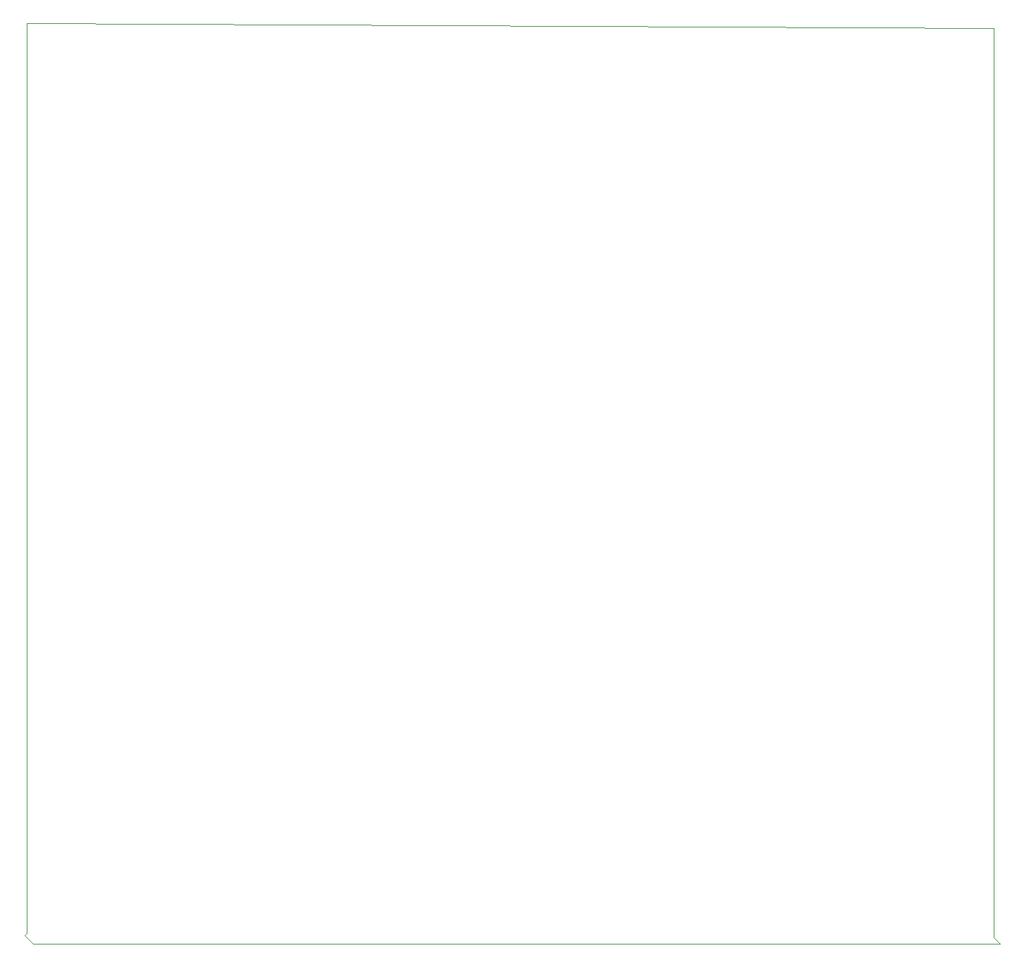
<source format=gbr>
%TF.GenerationSoftware,Altium Limited,Altium Designer,19.1.5 (86)*%
G04 Layer_Color=0*
%FSLAX45Y45*%
%MOMM*%
%TF.FileFunction,Profile,NP*%
%TF.Part,Single*%
G01*
G75*
%TA.AperFunction,Profile*%
%ADD64C,0.02540*%
D64*
X6451600Y12039600D02*
Y1079500D01*
X6426200Y1054100D01*
X6527800Y952500D01*
X18161000D01*
X18084801Y1028700D01*
Y11976100D01*
X6451600Y12039600D01*
%TF.MD5,df7207a32b9c2c85f17eafca6f964666*%
M02*

</source>
